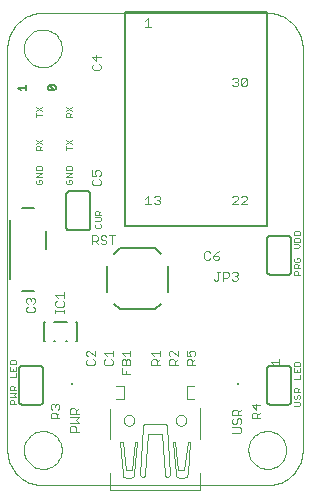
<source format=gto>
G75*
G70*
%OFA0B0*%
%FSLAX24Y24*%
%IPPOS*%
%LPD*%
%AMOC8*
5,1,8,0,0,1.08239X$1,22.5*
%
%ADD10C,0.0040*%
%ADD11C,0.0000*%
%ADD12C,0.0050*%
%ADD13C,0.0030*%
%ADD14C,0.0060*%
%ADD15R,0.0079X0.0079*%
%ADD16C,0.0020*%
D10*
X002524Y003009D02*
X002524Y003109D01*
X002558Y003142D01*
X002625Y003142D01*
X002658Y003109D01*
X002658Y003009D01*
X002725Y003009D02*
X002524Y003009D01*
X002524Y003230D02*
X002725Y003230D01*
X002658Y003297D01*
X002725Y003363D01*
X002524Y003363D01*
X002524Y003451D02*
X002524Y003551D01*
X002558Y003584D01*
X002625Y003584D01*
X002658Y003551D01*
X002658Y003451D01*
X002658Y003518D02*
X002725Y003584D01*
X002725Y003451D02*
X002524Y003451D01*
X002524Y003893D02*
X002725Y003893D01*
X002725Y004026D01*
X002725Y004114D02*
X002524Y004114D01*
X002524Y004247D01*
X002524Y004335D02*
X002524Y004435D01*
X002558Y004468D01*
X002691Y004468D01*
X002725Y004435D01*
X002725Y004335D01*
X002524Y004335D01*
X002625Y004180D02*
X002625Y004114D01*
X002725Y004114D02*
X002725Y004247D01*
X005835Y002839D02*
X005835Y001841D01*
X006184Y001736D02*
X006266Y001736D01*
X006368Y000796D01*
X006573Y000796D01*
X006675Y001736D01*
X006757Y001736D01*
X006654Y000653D01*
X006655Y000653D02*
X006651Y000634D01*
X006645Y000615D01*
X006635Y000598D01*
X006623Y000582D01*
X006608Y000569D01*
X006591Y000558D01*
X006573Y000551D01*
X006348Y000551D02*
X006330Y000558D01*
X006313Y000569D01*
X006298Y000582D01*
X006286Y000598D01*
X006276Y000615D01*
X006270Y000634D01*
X006266Y000653D01*
X006184Y001736D01*
X006348Y000552D02*
X006385Y000543D01*
X006422Y000537D01*
X006460Y000535D01*
X006498Y000537D01*
X006535Y000543D01*
X006572Y000552D01*
X006859Y000653D02*
X006941Y002247D01*
X006940Y002248D02*
X006943Y002266D01*
X006950Y002283D01*
X006959Y002298D01*
X006972Y002311D01*
X006987Y002320D01*
X007004Y002327D01*
X007022Y002330D01*
X007022Y002329D02*
X007676Y002329D01*
X007677Y002330D02*
X007695Y002327D01*
X007712Y002320D01*
X007727Y002311D01*
X007740Y002298D01*
X007749Y002283D01*
X007756Y002266D01*
X007759Y002248D01*
X007758Y002247D02*
X007840Y000653D01*
X007838Y000637D01*
X007834Y000622D01*
X007826Y000607D01*
X007816Y000595D01*
X007804Y000585D01*
X007789Y000577D01*
X007774Y000573D01*
X007758Y000571D01*
X007742Y000573D01*
X007727Y000577D01*
X007712Y000585D01*
X007700Y000595D01*
X007690Y000607D01*
X007682Y000622D01*
X007678Y000637D01*
X007676Y000653D01*
X007595Y002002D01*
X007104Y002002D01*
X007022Y000653D01*
X007023Y000653D02*
X007021Y000637D01*
X007017Y000622D01*
X007009Y000607D01*
X006999Y000595D01*
X006987Y000585D01*
X006972Y000577D01*
X006957Y000573D01*
X006941Y000571D01*
X006941Y000571D01*
X006925Y000573D01*
X006910Y000577D01*
X006895Y000585D01*
X006883Y000595D01*
X006873Y000607D01*
X006865Y000622D01*
X006861Y000637D01*
X006859Y000653D01*
X005837Y000714D02*
X005837Y000122D01*
X008862Y000122D01*
X008862Y000122D01*
X008862Y000714D01*
X008432Y000653D02*
X008514Y001736D01*
X008432Y001736D01*
X008330Y000796D01*
X008126Y000796D01*
X008024Y001736D01*
X007942Y001736D01*
X008044Y000653D01*
X008048Y000634D01*
X008054Y000615D01*
X008064Y000598D01*
X008076Y000582D01*
X008091Y000569D01*
X008108Y000558D01*
X008126Y000551D01*
X008351Y000551D02*
X008369Y000558D01*
X008386Y000569D01*
X008401Y000582D01*
X008413Y000598D01*
X008423Y000615D01*
X008429Y000634D01*
X008433Y000653D01*
X008350Y000552D02*
X008313Y000543D01*
X008276Y000537D01*
X008238Y000535D01*
X008200Y000537D01*
X008163Y000543D01*
X008126Y000552D01*
X008864Y000120D02*
X005835Y000120D01*
X006041Y003164D02*
X006326Y003164D01*
X006326Y003609D01*
X006041Y003609D01*
X008412Y003616D02*
X008412Y003164D01*
X008658Y003164D01*
X008864Y002879D02*
X008864Y001821D01*
X008661Y003616D02*
X008412Y003616D01*
X011973Y003488D02*
X012007Y003521D01*
X012073Y003521D01*
X012107Y003488D01*
X012107Y003388D01*
X012173Y003388D02*
X011973Y003388D01*
X011973Y003488D01*
X012107Y003455D02*
X012173Y003521D01*
X012140Y003300D02*
X012173Y003267D01*
X012173Y003200D01*
X012140Y003167D01*
X012073Y003200D02*
X012073Y003267D01*
X012107Y003300D01*
X012140Y003300D01*
X012073Y003200D02*
X012040Y003167D01*
X012007Y003167D01*
X011973Y003200D01*
X011973Y003267D01*
X012007Y003300D01*
X011973Y003079D02*
X012140Y003079D01*
X012173Y003046D01*
X012173Y002979D01*
X012140Y002946D01*
X011973Y002946D01*
X011973Y003830D02*
X012173Y003830D01*
X012173Y003963D01*
X012173Y004051D02*
X011973Y004051D01*
X011973Y004184D01*
X011973Y004272D02*
X011973Y004372D01*
X012007Y004405D01*
X012140Y004405D01*
X012173Y004372D01*
X012173Y004272D01*
X011973Y004272D01*
X012073Y004117D02*
X012073Y004051D01*
X012173Y004051D02*
X012173Y004184D01*
X012173Y007308D02*
X011973Y007308D01*
X011973Y007408D01*
X012007Y007441D01*
X012073Y007441D01*
X012107Y007408D01*
X012107Y007308D01*
X012107Y007529D02*
X012107Y007629D01*
X012073Y007662D01*
X012007Y007662D01*
X011973Y007629D01*
X011973Y007529D01*
X012173Y007529D01*
X012107Y007596D02*
X012173Y007662D01*
X012140Y007750D02*
X012007Y007750D01*
X011973Y007783D01*
X011973Y007850D01*
X012007Y007883D01*
X012073Y007883D02*
X012073Y007817D01*
X012073Y007883D02*
X012140Y007883D01*
X012173Y007850D01*
X012173Y007783D01*
X012140Y007750D01*
X012107Y008192D02*
X011973Y008192D01*
X011973Y008325D02*
X012107Y008325D01*
X012173Y008259D01*
X012107Y008192D01*
X012173Y008413D02*
X011973Y008413D01*
X011973Y008513D01*
X012007Y008546D01*
X012140Y008546D01*
X012173Y008513D01*
X012173Y008413D01*
X012173Y008634D02*
X011973Y008634D01*
X011973Y008734D01*
X012007Y008767D01*
X012140Y008767D01*
X012173Y008734D01*
X012173Y008634D01*
X005558Y008903D02*
X005558Y008970D01*
X005524Y009003D01*
X005524Y009090D02*
X005358Y009090D01*
X005391Y009003D02*
X005358Y008970D01*
X005358Y008903D01*
X005391Y008869D01*
X005524Y008869D01*
X005558Y008903D01*
X005524Y009090D02*
X005558Y009124D01*
X005558Y009191D01*
X005524Y009224D01*
X005358Y009224D01*
X005358Y009311D02*
X005358Y009412D01*
X005391Y009445D01*
X005458Y009445D01*
X005491Y009412D01*
X005491Y009311D01*
X005558Y009311D02*
X005358Y009311D01*
X005491Y009378D02*
X005558Y009445D01*
X004573Y010379D02*
X004573Y010446D01*
X004540Y010479D01*
X004473Y010479D01*
X004473Y010413D01*
X004407Y010479D02*
X004373Y010446D01*
X004373Y010379D01*
X004407Y010346D01*
X004540Y010346D01*
X004573Y010379D01*
X004573Y010567D02*
X004373Y010567D01*
X004573Y010700D01*
X004373Y010700D01*
X004373Y010788D02*
X004373Y010888D01*
X004407Y010921D01*
X004540Y010921D01*
X004573Y010888D01*
X004573Y010788D01*
X004373Y010788D01*
X004373Y011451D02*
X004373Y011584D01*
X004373Y011517D02*
X004573Y011517D01*
X004573Y011672D02*
X004373Y011805D01*
X004373Y011672D02*
X004573Y011805D01*
X004573Y012556D02*
X004373Y012556D01*
X004373Y012656D01*
X004407Y012689D01*
X004473Y012689D01*
X004507Y012656D01*
X004507Y012556D01*
X004507Y012622D02*
X004573Y012689D01*
X004573Y012777D02*
X004373Y012910D01*
X004373Y012777D02*
X004573Y012910D01*
X003589Y012910D02*
X003389Y012777D01*
X003389Y012689D02*
X003389Y012556D01*
X003389Y012622D02*
X003589Y012622D01*
X003589Y012777D02*
X003389Y012910D01*
X003389Y011805D02*
X003589Y011672D01*
X003589Y011584D02*
X003522Y011517D01*
X003522Y011551D02*
X003522Y011451D01*
X003589Y011451D02*
X003389Y011451D01*
X003389Y011551D01*
X003422Y011584D01*
X003489Y011584D01*
X003522Y011551D01*
X003389Y011672D02*
X003589Y011805D01*
X003556Y010921D02*
X003422Y010921D01*
X003389Y010888D01*
X003389Y010788D01*
X003589Y010788D01*
X003589Y010888D01*
X003556Y010921D01*
X003589Y010700D02*
X003389Y010700D01*
X003389Y010567D02*
X003589Y010700D01*
X003589Y010567D02*
X003389Y010567D01*
X003422Y010479D02*
X003389Y010446D01*
X003389Y010379D01*
X003422Y010346D01*
X003556Y010346D01*
X003589Y010379D01*
X003589Y010446D01*
X003556Y010479D01*
X003489Y010479D01*
X003489Y010413D01*
D11*
X002428Y014853D02*
X002428Y001468D01*
X002979Y001468D02*
X002981Y001518D01*
X002987Y001568D01*
X002997Y001617D01*
X003011Y001665D01*
X003028Y001712D01*
X003049Y001757D01*
X003074Y001801D01*
X003102Y001842D01*
X003134Y001881D01*
X003168Y001918D01*
X003205Y001952D01*
X003245Y001982D01*
X003287Y002009D01*
X003331Y002033D01*
X003377Y002054D01*
X003424Y002070D01*
X003472Y002083D01*
X003522Y002092D01*
X003571Y002097D01*
X003622Y002098D01*
X003672Y002095D01*
X003721Y002088D01*
X003770Y002077D01*
X003818Y002062D01*
X003864Y002044D01*
X003909Y002022D01*
X003952Y001996D01*
X003993Y001967D01*
X004032Y001935D01*
X004068Y001900D01*
X004100Y001862D01*
X004130Y001822D01*
X004157Y001779D01*
X004180Y001735D01*
X004199Y001689D01*
X004215Y001641D01*
X004227Y001592D01*
X004235Y001543D01*
X004239Y001493D01*
X004239Y001443D01*
X004235Y001393D01*
X004227Y001344D01*
X004215Y001295D01*
X004199Y001247D01*
X004180Y001201D01*
X004157Y001157D01*
X004130Y001114D01*
X004100Y001074D01*
X004068Y001036D01*
X004032Y001001D01*
X003993Y000969D01*
X003952Y000940D01*
X003909Y000914D01*
X003864Y000892D01*
X003818Y000874D01*
X003770Y000859D01*
X003721Y000848D01*
X003672Y000841D01*
X003622Y000838D01*
X003571Y000839D01*
X003522Y000844D01*
X003472Y000853D01*
X003424Y000866D01*
X003377Y000882D01*
X003331Y000903D01*
X003287Y000927D01*
X003245Y000954D01*
X003205Y000984D01*
X003168Y001018D01*
X003134Y001055D01*
X003102Y001094D01*
X003074Y001135D01*
X003049Y001179D01*
X003028Y001224D01*
X003011Y001271D01*
X002997Y001319D01*
X002987Y001368D01*
X002981Y001418D01*
X002979Y001468D01*
X002428Y001468D02*
X002430Y001402D01*
X002435Y001336D01*
X002445Y001270D01*
X002458Y001205D01*
X002474Y001141D01*
X002494Y001078D01*
X002518Y001016D01*
X002545Y000956D01*
X002575Y000897D01*
X002609Y000840D01*
X002646Y000785D01*
X002686Y000732D01*
X002728Y000681D01*
X002774Y000633D01*
X002822Y000587D01*
X002873Y000545D01*
X002926Y000505D01*
X002981Y000468D01*
X003038Y000434D01*
X003097Y000404D01*
X003157Y000377D01*
X003219Y000353D01*
X003282Y000333D01*
X003346Y000317D01*
X003411Y000304D01*
X003477Y000294D01*
X003543Y000289D01*
X003609Y000287D01*
X003609Y000286D02*
X011089Y000286D01*
X010459Y001468D02*
X010461Y001518D01*
X010467Y001568D01*
X010477Y001617D01*
X010491Y001665D01*
X010508Y001712D01*
X010529Y001757D01*
X010554Y001801D01*
X010582Y001842D01*
X010614Y001881D01*
X010648Y001918D01*
X010685Y001952D01*
X010725Y001982D01*
X010767Y002009D01*
X010811Y002033D01*
X010857Y002054D01*
X010904Y002070D01*
X010952Y002083D01*
X011002Y002092D01*
X011051Y002097D01*
X011102Y002098D01*
X011152Y002095D01*
X011201Y002088D01*
X011250Y002077D01*
X011298Y002062D01*
X011344Y002044D01*
X011389Y002022D01*
X011432Y001996D01*
X011473Y001967D01*
X011512Y001935D01*
X011548Y001900D01*
X011580Y001862D01*
X011610Y001822D01*
X011637Y001779D01*
X011660Y001735D01*
X011679Y001689D01*
X011695Y001641D01*
X011707Y001592D01*
X011715Y001543D01*
X011719Y001493D01*
X011719Y001443D01*
X011715Y001393D01*
X011707Y001344D01*
X011695Y001295D01*
X011679Y001247D01*
X011660Y001201D01*
X011637Y001157D01*
X011610Y001114D01*
X011580Y001074D01*
X011548Y001036D01*
X011512Y001001D01*
X011473Y000969D01*
X011432Y000940D01*
X011389Y000914D01*
X011344Y000892D01*
X011298Y000874D01*
X011250Y000859D01*
X011201Y000848D01*
X011152Y000841D01*
X011102Y000838D01*
X011051Y000839D01*
X011002Y000844D01*
X010952Y000853D01*
X010904Y000866D01*
X010857Y000882D01*
X010811Y000903D01*
X010767Y000927D01*
X010725Y000954D01*
X010685Y000984D01*
X010648Y001018D01*
X010614Y001055D01*
X010582Y001094D01*
X010554Y001135D01*
X010529Y001179D01*
X010508Y001224D01*
X010491Y001271D01*
X010477Y001319D01*
X010467Y001368D01*
X010461Y001418D01*
X010459Y001468D01*
X011089Y000287D02*
X011155Y000289D01*
X011221Y000294D01*
X011287Y000304D01*
X011352Y000317D01*
X011416Y000333D01*
X011479Y000353D01*
X011541Y000377D01*
X011601Y000404D01*
X011660Y000434D01*
X011717Y000468D01*
X011772Y000505D01*
X011825Y000545D01*
X011876Y000587D01*
X011924Y000633D01*
X011970Y000681D01*
X012012Y000732D01*
X012052Y000785D01*
X012089Y000840D01*
X012123Y000897D01*
X012153Y000956D01*
X012180Y001016D01*
X012204Y001078D01*
X012224Y001141D01*
X012240Y001205D01*
X012253Y001270D01*
X012263Y001336D01*
X012268Y001402D01*
X012270Y001468D01*
X012271Y001468D02*
X012271Y014853D01*
X012270Y014853D02*
X012268Y014919D01*
X012263Y014985D01*
X012253Y015051D01*
X012240Y015116D01*
X012224Y015180D01*
X012204Y015243D01*
X012180Y015305D01*
X012153Y015365D01*
X012123Y015424D01*
X012089Y015481D01*
X012052Y015536D01*
X012012Y015589D01*
X011970Y015640D01*
X011924Y015688D01*
X011876Y015734D01*
X011825Y015776D01*
X011772Y015816D01*
X011717Y015853D01*
X011660Y015887D01*
X011601Y015917D01*
X011541Y015944D01*
X011479Y015968D01*
X011416Y015988D01*
X011352Y016004D01*
X011287Y016017D01*
X011221Y016027D01*
X011155Y016032D01*
X011089Y016034D01*
X003609Y016034D01*
X002979Y014853D02*
X002981Y014903D01*
X002987Y014953D01*
X002997Y015002D01*
X003011Y015050D01*
X003028Y015097D01*
X003049Y015142D01*
X003074Y015186D01*
X003102Y015227D01*
X003134Y015266D01*
X003168Y015303D01*
X003205Y015337D01*
X003245Y015367D01*
X003287Y015394D01*
X003331Y015418D01*
X003377Y015439D01*
X003424Y015455D01*
X003472Y015468D01*
X003522Y015477D01*
X003571Y015482D01*
X003622Y015483D01*
X003672Y015480D01*
X003721Y015473D01*
X003770Y015462D01*
X003818Y015447D01*
X003864Y015429D01*
X003909Y015407D01*
X003952Y015381D01*
X003993Y015352D01*
X004032Y015320D01*
X004068Y015285D01*
X004100Y015247D01*
X004130Y015207D01*
X004157Y015164D01*
X004180Y015120D01*
X004199Y015074D01*
X004215Y015026D01*
X004227Y014977D01*
X004235Y014928D01*
X004239Y014878D01*
X004239Y014828D01*
X004235Y014778D01*
X004227Y014729D01*
X004215Y014680D01*
X004199Y014632D01*
X004180Y014586D01*
X004157Y014542D01*
X004130Y014499D01*
X004100Y014459D01*
X004068Y014421D01*
X004032Y014386D01*
X003993Y014354D01*
X003952Y014325D01*
X003909Y014299D01*
X003864Y014277D01*
X003818Y014259D01*
X003770Y014244D01*
X003721Y014233D01*
X003672Y014226D01*
X003622Y014223D01*
X003571Y014224D01*
X003522Y014229D01*
X003472Y014238D01*
X003424Y014251D01*
X003377Y014267D01*
X003331Y014288D01*
X003287Y014312D01*
X003245Y014339D01*
X003205Y014369D01*
X003168Y014403D01*
X003134Y014440D01*
X003102Y014479D01*
X003074Y014520D01*
X003049Y014564D01*
X003028Y014609D01*
X003011Y014656D01*
X002997Y014704D01*
X002987Y014753D01*
X002981Y014803D01*
X002979Y014853D01*
X002428Y014853D02*
X002430Y014919D01*
X002435Y014985D01*
X002445Y015051D01*
X002458Y015116D01*
X002474Y015180D01*
X002494Y015243D01*
X002518Y015305D01*
X002545Y015365D01*
X002575Y015424D01*
X002609Y015481D01*
X002646Y015536D01*
X002686Y015589D01*
X002728Y015640D01*
X002774Y015688D01*
X002822Y015734D01*
X002873Y015776D01*
X002926Y015816D01*
X002981Y015853D01*
X003038Y015887D01*
X003097Y015917D01*
X003157Y015944D01*
X003219Y015968D01*
X003282Y015988D01*
X003346Y016004D01*
X003411Y016017D01*
X003477Y016027D01*
X003543Y016032D01*
X003609Y016034D01*
X006306Y002452D02*
X006308Y002478D01*
X006314Y002504D01*
X006324Y002529D01*
X006337Y002552D01*
X006353Y002572D01*
X006373Y002590D01*
X006395Y002605D01*
X006418Y002617D01*
X006444Y002625D01*
X006470Y002629D01*
X006496Y002629D01*
X006522Y002625D01*
X006548Y002617D01*
X006572Y002605D01*
X006593Y002590D01*
X006613Y002572D01*
X006629Y002552D01*
X006642Y002529D01*
X006652Y002504D01*
X006658Y002478D01*
X006660Y002452D01*
X006658Y002426D01*
X006652Y002400D01*
X006642Y002375D01*
X006629Y002352D01*
X006613Y002332D01*
X006593Y002314D01*
X006571Y002299D01*
X006548Y002287D01*
X006522Y002279D01*
X006496Y002275D01*
X006470Y002275D01*
X006444Y002279D01*
X006418Y002287D01*
X006394Y002299D01*
X006373Y002314D01*
X006353Y002332D01*
X006337Y002352D01*
X006324Y002375D01*
X006314Y002400D01*
X006308Y002426D01*
X006306Y002452D01*
X008038Y002452D02*
X008040Y002478D01*
X008046Y002504D01*
X008056Y002529D01*
X008069Y002552D01*
X008085Y002572D01*
X008105Y002590D01*
X008127Y002605D01*
X008150Y002617D01*
X008176Y002625D01*
X008202Y002629D01*
X008228Y002629D01*
X008254Y002625D01*
X008280Y002617D01*
X008304Y002605D01*
X008325Y002590D01*
X008345Y002572D01*
X008361Y002552D01*
X008374Y002529D01*
X008384Y002504D01*
X008390Y002478D01*
X008392Y002452D01*
X008390Y002426D01*
X008384Y002400D01*
X008374Y002375D01*
X008361Y002352D01*
X008345Y002332D01*
X008325Y002314D01*
X008303Y002299D01*
X008280Y002287D01*
X008254Y002279D01*
X008228Y002275D01*
X008202Y002275D01*
X008176Y002279D01*
X008150Y002287D01*
X008126Y002299D01*
X008105Y002314D01*
X008085Y002332D01*
X008069Y002352D01*
X008056Y002375D01*
X008046Y002400D01*
X008040Y002426D01*
X008038Y002452D01*
D12*
X007349Y006153D02*
X006168Y006153D01*
X005971Y006349D01*
X005735Y006743D02*
X005735Y007609D01*
X005971Y008003D02*
X006168Y008200D01*
X007349Y008200D01*
X007546Y008003D01*
X007782Y007609D02*
X007782Y006743D01*
X007546Y006349D02*
X007349Y006153D01*
X006345Y008928D02*
X011089Y008928D01*
X011089Y016054D01*
X006345Y016054D01*
X006345Y008928D01*
X003708Y008751D02*
X003708Y008160D01*
X003314Y006783D02*
X002920Y006783D01*
X002527Y007176D02*
X002527Y009145D01*
X002920Y009538D02*
X003314Y009538D01*
D13*
X005252Y010345D02*
X005300Y010297D01*
X005494Y010297D01*
X005542Y010345D01*
X005542Y010442D01*
X005494Y010490D01*
X005494Y010591D02*
X005542Y010640D01*
X005542Y010737D01*
X005494Y010785D01*
X005397Y010785D01*
X005349Y010737D01*
X005349Y010688D01*
X005397Y010591D01*
X005252Y010591D01*
X005252Y010785D01*
X005300Y010490D02*
X005252Y010442D01*
X005252Y010345D01*
X005240Y008618D02*
X005385Y008618D01*
X005434Y008570D01*
X005434Y008473D01*
X005385Y008425D01*
X005240Y008425D01*
X005337Y008425D02*
X005434Y008328D01*
X005535Y008376D02*
X005583Y008328D01*
X005680Y008328D01*
X005728Y008376D01*
X005728Y008425D01*
X005680Y008473D01*
X005583Y008473D01*
X005535Y008521D01*
X005535Y008570D01*
X005583Y008618D01*
X005680Y008618D01*
X005728Y008570D01*
X005830Y008618D02*
X006023Y008618D01*
X005926Y008618D02*
X005926Y008328D01*
X005240Y008328D02*
X005240Y008618D01*
X004321Y006732D02*
X004321Y006539D01*
X004321Y006635D02*
X004030Y006635D01*
X004127Y006539D01*
X004079Y006437D02*
X004030Y006389D01*
X004030Y006292D01*
X004079Y006244D01*
X004272Y006244D01*
X004321Y006292D01*
X004321Y006389D01*
X004272Y006437D01*
X004321Y006144D02*
X004321Y006048D01*
X004321Y006096D02*
X004030Y006096D01*
X004030Y006048D02*
X004030Y006144D01*
X003344Y006104D02*
X003296Y006055D01*
X003102Y006055D01*
X003054Y006104D01*
X003054Y006201D01*
X003102Y006249D01*
X003102Y006350D02*
X003054Y006398D01*
X003054Y006495D01*
X003102Y006544D01*
X003151Y006544D01*
X003199Y006495D01*
X003247Y006544D01*
X003296Y006544D01*
X003344Y006495D01*
X003344Y006398D01*
X003296Y006350D01*
X003296Y006249D02*
X003344Y006201D01*
X003344Y006104D01*
X003199Y006447D02*
X003199Y006495D01*
X005055Y004733D02*
X005055Y004636D01*
X005103Y004588D01*
X005103Y004486D02*
X005055Y004438D01*
X005055Y004341D01*
X005103Y004293D01*
X005297Y004293D01*
X005345Y004341D01*
X005345Y004438D01*
X005297Y004486D01*
X005345Y004588D02*
X005152Y004781D01*
X005103Y004781D01*
X005055Y004733D01*
X005345Y004781D02*
X005345Y004588D01*
X005646Y004684D02*
X005936Y004684D01*
X005936Y004588D02*
X005936Y004781D01*
X005742Y004588D02*
X005646Y004684D01*
X005694Y004486D02*
X005646Y004438D01*
X005646Y004341D01*
X005694Y004293D01*
X005887Y004293D01*
X005936Y004341D01*
X005936Y004438D01*
X005887Y004486D01*
X006236Y004438D02*
X006236Y004293D01*
X006526Y004293D01*
X006526Y004438D01*
X006478Y004486D01*
X006430Y004486D01*
X006381Y004438D01*
X006381Y004293D01*
X006381Y004438D02*
X006333Y004486D01*
X006285Y004486D01*
X006236Y004438D01*
X006333Y004588D02*
X006236Y004684D01*
X006526Y004684D01*
X006526Y004588D02*
X006526Y004781D01*
X006236Y004192D02*
X006236Y003998D01*
X006526Y003998D01*
X006381Y003998D02*
X006381Y004095D01*
X007220Y004293D02*
X007220Y004438D01*
X007269Y004486D01*
X007366Y004486D01*
X007414Y004438D01*
X007414Y004293D01*
X007414Y004390D02*
X007511Y004486D01*
X007511Y004588D02*
X007511Y004781D01*
X007511Y004684D02*
X007220Y004684D01*
X007317Y004588D01*
X007220Y004293D02*
X007511Y004293D01*
X007811Y004293D02*
X007811Y004438D01*
X007859Y004486D01*
X007956Y004486D01*
X008004Y004438D01*
X008004Y004293D01*
X008004Y004390D02*
X008101Y004486D01*
X008101Y004588D02*
X007908Y004781D01*
X007859Y004781D01*
X007811Y004733D01*
X007811Y004636D01*
X007859Y004588D01*
X008101Y004588D02*
X008101Y004781D01*
X008401Y004781D02*
X008401Y004588D01*
X008547Y004588D01*
X008498Y004684D01*
X008498Y004733D01*
X008547Y004781D01*
X008643Y004781D01*
X008692Y004733D01*
X008692Y004636D01*
X008643Y004588D01*
X008692Y004486D02*
X008595Y004390D01*
X008595Y004438D02*
X008595Y004293D01*
X008692Y004293D02*
X008401Y004293D01*
X008401Y004438D01*
X008450Y004486D01*
X008547Y004486D01*
X008595Y004438D01*
X008101Y004293D02*
X007811Y004293D01*
X009928Y002766D02*
X009928Y002621D01*
X010218Y002621D01*
X010121Y002621D02*
X010121Y002766D01*
X010073Y002814D01*
X009976Y002814D01*
X009928Y002766D01*
X010121Y002717D02*
X010218Y002814D01*
X010170Y002519D02*
X010218Y002471D01*
X010218Y002374D01*
X010170Y002326D01*
X010170Y002225D02*
X009928Y002225D01*
X009976Y002326D02*
X009928Y002374D01*
X009928Y002471D01*
X009976Y002519D01*
X010073Y002471D02*
X010121Y002519D01*
X010170Y002519D01*
X010073Y002471D02*
X010073Y002374D01*
X010025Y002326D01*
X009976Y002326D01*
X010170Y002225D02*
X010218Y002176D01*
X010218Y002080D01*
X010170Y002031D01*
X009928Y002031D01*
X010567Y002521D02*
X010567Y002666D01*
X010615Y002715D01*
X010712Y002715D01*
X010760Y002666D01*
X010760Y002521D01*
X010760Y002618D02*
X010857Y002715D01*
X010712Y002816D02*
X010712Y003009D01*
X010857Y002961D02*
X010567Y002961D01*
X010712Y002816D01*
X010857Y002521D02*
X010567Y002521D01*
X010052Y007116D02*
X009955Y007116D01*
X009906Y007165D01*
X010003Y007262D02*
X010052Y007262D01*
X010100Y007213D01*
X010100Y007165D01*
X010052Y007116D01*
X010052Y007262D02*
X010100Y007310D01*
X010100Y007358D01*
X010052Y007407D01*
X009955Y007407D01*
X009906Y007358D01*
X009805Y007358D02*
X009757Y007407D01*
X009612Y007407D01*
X009612Y007116D01*
X009612Y007213D02*
X009757Y007213D01*
X009805Y007262D01*
X009805Y007358D01*
X009511Y007407D02*
X009414Y007407D01*
X009462Y007407D02*
X009462Y007165D01*
X009414Y007116D01*
X009365Y007116D01*
X009317Y007165D01*
X009337Y007802D02*
X009288Y007851D01*
X009288Y007947D01*
X009433Y007947D01*
X009482Y007899D01*
X009482Y007851D01*
X009433Y007802D01*
X009337Y007802D01*
X009288Y007947D02*
X009385Y008044D01*
X009482Y008093D01*
X009187Y008044D02*
X009139Y008093D01*
X009042Y008093D01*
X008994Y008044D01*
X008994Y007851D01*
X009042Y007802D01*
X009139Y007802D01*
X009187Y007851D01*
X009923Y009652D02*
X010117Y009845D01*
X010117Y009894D01*
X010069Y009942D01*
X009972Y009942D01*
X009923Y009894D01*
X009923Y009652D02*
X010117Y009652D01*
X010218Y009652D02*
X010412Y009845D01*
X010412Y009894D01*
X010363Y009942D01*
X010266Y009942D01*
X010218Y009894D01*
X010218Y009652D02*
X010412Y009652D01*
X007518Y009700D02*
X007469Y009652D01*
X007373Y009652D01*
X007324Y009700D01*
X007223Y009652D02*
X007030Y009652D01*
X007126Y009652D02*
X007126Y009942D01*
X007030Y009845D01*
X007324Y009894D02*
X007373Y009942D01*
X007469Y009942D01*
X007518Y009894D01*
X007518Y009845D01*
X007469Y009797D01*
X007518Y009749D01*
X007518Y009700D01*
X007469Y009797D02*
X007421Y009797D01*
X009972Y013589D02*
X009923Y013637D01*
X009972Y013589D02*
X010069Y013589D01*
X010117Y013637D01*
X010117Y013686D01*
X010069Y013734D01*
X010020Y013734D01*
X010069Y013734D02*
X010117Y013782D01*
X010117Y013831D01*
X010069Y013879D01*
X009972Y013879D01*
X009923Y013831D01*
X010218Y013831D02*
X010218Y013637D01*
X010412Y013831D01*
X010412Y013637D01*
X010363Y013589D01*
X010266Y013589D01*
X010218Y013637D01*
X010218Y013831D02*
X010266Y013879D01*
X010363Y013879D01*
X010412Y013831D01*
X007223Y015577D02*
X007030Y015577D01*
X007126Y015577D02*
X007126Y015867D01*
X007030Y015771D01*
X005542Y014575D02*
X005252Y014575D01*
X005397Y014430D01*
X005397Y014624D01*
X005300Y014329D02*
X005252Y014281D01*
X005252Y014184D01*
X005300Y014135D01*
X005494Y014135D01*
X005542Y014184D01*
X005542Y014281D01*
X005494Y014329D01*
X004116Y003009D02*
X004164Y002961D01*
X004164Y002864D01*
X004116Y002816D01*
X004164Y002715D02*
X004067Y002618D01*
X004067Y002666D02*
X004067Y002521D01*
X004164Y002521D02*
X003874Y002521D01*
X003874Y002666D01*
X003922Y002715D01*
X004019Y002715D01*
X004067Y002666D01*
X003922Y002816D02*
X003874Y002864D01*
X003874Y002961D01*
X003922Y003009D01*
X003971Y003009D01*
X004019Y002961D01*
X004067Y003009D01*
X004116Y003009D01*
X004019Y002961D02*
X004019Y002913D01*
X004514Y002814D02*
X004514Y002669D01*
X004805Y002669D01*
X004708Y002669D02*
X004708Y002814D01*
X004660Y002863D01*
X004563Y002863D01*
X004514Y002814D01*
X004514Y002568D02*
X004805Y002568D01*
X004708Y002471D01*
X004805Y002374D01*
X004514Y002374D01*
X004563Y002273D02*
X004514Y002225D01*
X004514Y002080D01*
X004805Y002080D01*
X004708Y002080D02*
X004708Y002225D01*
X004660Y002273D01*
X004563Y002273D01*
X004708Y002766D02*
X004805Y002863D01*
D14*
X003615Y003083D02*
X003615Y004183D01*
X003613Y004200D01*
X003609Y004217D01*
X003602Y004233D01*
X003592Y004247D01*
X003579Y004260D01*
X003565Y004270D01*
X003549Y004277D01*
X003532Y004281D01*
X003515Y004283D01*
X002915Y004283D01*
X002898Y004281D01*
X002881Y004277D01*
X002865Y004270D01*
X002851Y004260D01*
X002838Y004247D01*
X002828Y004233D01*
X002821Y004217D01*
X002817Y004200D01*
X002815Y004183D01*
X002815Y003083D01*
X002817Y003066D01*
X002821Y003049D01*
X002828Y003033D01*
X002838Y003019D01*
X002851Y003006D01*
X002865Y002996D01*
X002881Y002989D01*
X002898Y002985D01*
X002915Y002983D01*
X003515Y002983D01*
X003532Y002985D01*
X003549Y002989D01*
X003565Y002996D01*
X003579Y003006D01*
X003592Y003019D01*
X003602Y003033D01*
X003609Y003049D01*
X003613Y003066D01*
X003615Y003083D01*
X003677Y005086D02*
X003640Y005086D01*
X003640Y005724D01*
X003677Y005724D01*
X003994Y005724D02*
X004405Y005724D01*
X004722Y005724D02*
X004760Y005724D01*
X004760Y005086D01*
X004722Y005086D01*
X004405Y005086D02*
X004368Y005086D01*
X004031Y005086D02*
X003994Y005086D01*
X004490Y008790D02*
X005090Y008790D01*
X005107Y008792D01*
X005124Y008796D01*
X005140Y008803D01*
X005154Y008813D01*
X005167Y008826D01*
X005177Y008840D01*
X005184Y008856D01*
X005188Y008873D01*
X005190Y008890D01*
X005190Y009990D01*
X005188Y010007D01*
X005184Y010024D01*
X005177Y010040D01*
X005167Y010054D01*
X005154Y010067D01*
X005140Y010077D01*
X005124Y010084D01*
X005107Y010088D01*
X005090Y010090D01*
X004490Y010090D01*
X004473Y010088D01*
X004456Y010084D01*
X004440Y010077D01*
X004426Y010067D01*
X004413Y010054D01*
X004403Y010040D01*
X004396Y010024D01*
X004392Y010007D01*
X004390Y009990D01*
X004390Y008890D01*
X004392Y008873D01*
X004396Y008856D01*
X004403Y008840D01*
X004413Y008826D01*
X004426Y008813D01*
X004440Y008803D01*
X004456Y008796D01*
X004473Y008792D01*
X004490Y008790D01*
X003997Y013452D02*
X003823Y013452D01*
X003780Y013495D01*
X003780Y013582D01*
X003823Y013625D01*
X003997Y013452D01*
X004040Y013495D01*
X004040Y013582D01*
X003997Y013625D01*
X003823Y013625D01*
X003056Y013625D02*
X003056Y013452D01*
X003056Y013539D02*
X002796Y013539D01*
X002883Y013452D01*
X011083Y008514D02*
X011083Y007414D01*
X011085Y007397D01*
X011089Y007380D01*
X011096Y007364D01*
X011106Y007350D01*
X011119Y007337D01*
X011133Y007327D01*
X011149Y007320D01*
X011166Y007316D01*
X011183Y007314D01*
X011783Y007314D01*
X011800Y007316D01*
X011817Y007320D01*
X011833Y007327D01*
X011847Y007337D01*
X011860Y007350D01*
X011870Y007364D01*
X011877Y007380D01*
X011881Y007397D01*
X011883Y007414D01*
X011883Y008514D01*
X011881Y008531D01*
X011877Y008548D01*
X011870Y008564D01*
X011860Y008578D01*
X011847Y008591D01*
X011833Y008601D01*
X011817Y008608D01*
X011800Y008612D01*
X011783Y008614D01*
X011183Y008614D01*
X011166Y008612D01*
X011149Y008608D01*
X011133Y008601D01*
X011119Y008591D01*
X011106Y008578D01*
X011096Y008564D01*
X011089Y008548D01*
X011085Y008531D01*
X011083Y008514D01*
X011183Y004283D02*
X011783Y004283D01*
X011800Y004281D01*
X011817Y004277D01*
X011833Y004270D01*
X011847Y004260D01*
X011860Y004247D01*
X011870Y004233D01*
X011877Y004217D01*
X011881Y004200D01*
X011883Y004183D01*
X011883Y003083D01*
X011881Y003066D01*
X011877Y003049D01*
X011870Y003033D01*
X011860Y003019D01*
X011847Y003006D01*
X011833Y002996D01*
X011817Y002989D01*
X011800Y002985D01*
X011783Y002983D01*
X011183Y002983D01*
X011166Y002985D01*
X011149Y002989D01*
X011133Y002996D01*
X011119Y003006D01*
X011106Y003019D01*
X011096Y003033D01*
X011089Y003049D01*
X011085Y003066D01*
X011083Y003083D01*
X011083Y004183D01*
X011085Y004200D01*
X011089Y004217D01*
X011096Y004233D01*
X011106Y004247D01*
X011119Y004260D01*
X011133Y004270D01*
X011149Y004277D01*
X011166Y004281D01*
X011183Y004283D01*
D15*
X010105Y003672D03*
X004593Y003672D03*
D16*
X011209Y004402D02*
X011302Y004308D01*
X011209Y004402D02*
X011489Y004402D01*
X011489Y004495D02*
X011489Y004308D01*
M02*

</source>
